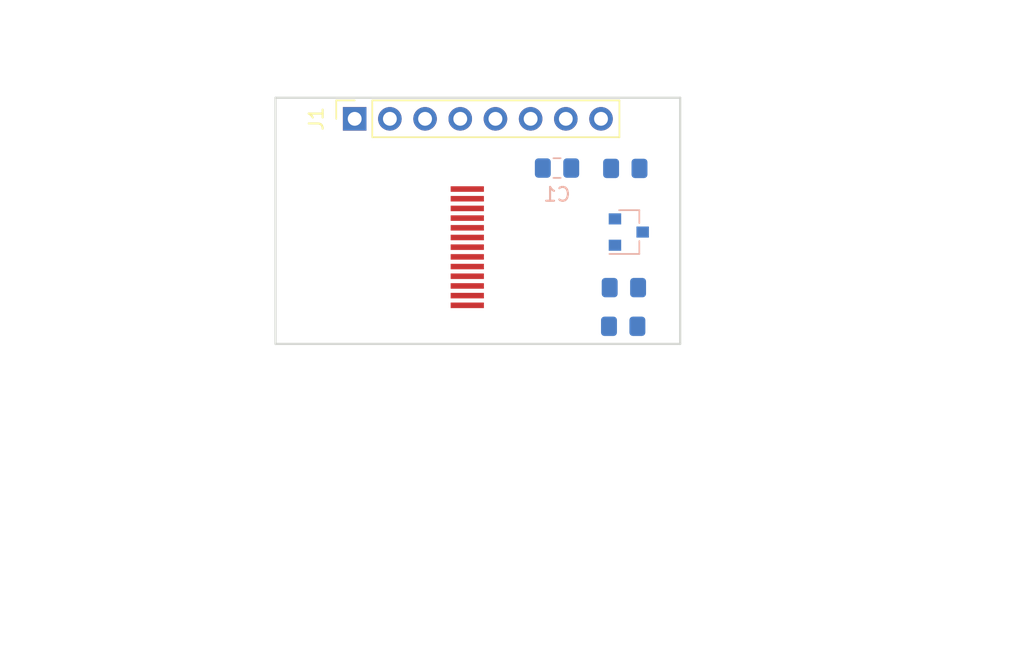
<source format=kicad_pcb>
(kicad_pcb (version 20171130) (host pcbnew 5.1.4-e60b266~84~ubuntu18.04.1)

  (general
    (thickness 1.6)
    (drawings 21)
    (tracks 0)
    (zones 0)
    (modules 7)
    (nets 16)
  )

  (page USLetter)
  (title_block
    (title "Project Title")
  )

  (layers
    (0 F.Cu signal)
    (31 B.Cu signal)
    (34 B.Paste user)
    (35 F.Paste user)
    (36 B.SilkS user)
    (37 F.SilkS user)
    (38 B.Mask user)
    (39 F.Mask user)
    (44 Edge.Cuts user)
    (46 B.CrtYd user)
    (47 F.CrtYd user)
    (48 B.Fab user)
    (49 F.Fab user)
  )

  (setup
    (last_trace_width 0.254)
    (user_trace_width 0.1524)
    (user_trace_width 0.254)
    (user_trace_width 0.3302)
    (user_trace_width 0.508)
    (user_trace_width 0.762)
    (user_trace_width 1.27)
    (trace_clearance 0.254)
    (zone_clearance 0.508)
    (zone_45_only no)
    (trace_min 0.1524)
    (via_size 0.6858)
    (via_drill 0.3302)
    (via_min_size 0.6858)
    (via_min_drill 0.3302)
    (user_via 0.6858 0.3302)
    (user_via 0.762 0.4064)
    (user_via 0.8636 0.508)
    (uvia_size 0.6858)
    (uvia_drill 0.3302)
    (uvias_allowed no)
    (uvia_min_size 0)
    (uvia_min_drill 0)
    (edge_width 0.1524)
    (segment_width 0.1524)
    (pcb_text_width 0.1524)
    (pcb_text_size 1.016 1.016)
    (mod_edge_width 0.1524)
    (mod_text_size 1.016 1.016)
    (mod_text_width 0.1524)
    (pad_size 1.524 1.524)
    (pad_drill 0.762)
    (pad_to_mask_clearance 0.0762)
    (solder_mask_min_width 0.1016)
    (pad_to_paste_clearance -0.0762)
    (aux_axis_origin 0 0)
    (visible_elements FFFFDF7D)
    (pcbplotparams
      (layerselection 0x310fc_80000001)
      (usegerberextensions true)
      (usegerberattributes false)
      (usegerberadvancedattributes false)
      (creategerberjobfile false)
      (excludeedgelayer true)
      (linewidth 0.100000)
      (plotframeref false)
      (viasonmask false)
      (mode 1)
      (useauxorigin false)
      (hpglpennumber 1)
      (hpglpenspeed 20)
      (hpglpendiameter 15.000000)
      (psnegative false)
      (psa4output false)
      (plotreference true)
      (plotvalue true)
      (plotinvisibletext false)
      (padsonsilk false)
      (subtractmaskfromsilk false)
      (outputformat 1)
      (mirror false)
      (drillshape 0)
      (scaleselection 1)
      (outputdirectory "gerbers"))
  )

  (net 0 "")
  (net 1 "Net-(C1-Pad1)")
  (net 2 GND)
  (net 3 VCC)
  (net 4 /SCL)
  (net 5 /SDA)
  (net 6 /RES)
  (net 7 /DC)
  (net 8 /CS)
  (net 9 /BLK)
  (net 10 "Net-(Q1-Pad2)")
  (net 11 "Net-(Q1-Pad3)")
  (net 12 /LEDK)
  (net 13 "Net-(U1-Pad1)")
  (net 14 "Net-(U1-Pad2)")
  (net 15 "Net-(U1-Pad9)")

  (net_class Default "This is the default net class."
    (clearance 0.254)
    (trace_width 0.254)
    (via_dia 0.6858)
    (via_drill 0.3302)
    (uvia_dia 0.6858)
    (uvia_drill 0.3302)
    (add_net /BLK)
    (add_net /CS)
    (add_net /DC)
    (add_net /LEDK)
    (add_net /RES)
    (add_net /SCL)
    (add_net /SDA)
    (add_net GND)
    (add_net "Net-(C1-Pad1)")
    (add_net "Net-(Q1-Pad2)")
    (add_net "Net-(Q1-Pad3)")
    (add_net "Net-(U1-Pad1)")
    (add_net "Net-(U1-Pad2)")
    (add_net "Net-(U1-Pad9)")
    (add_net VCC)
  )

  (module tft-shield:TFT_0.96_SPI (layer F.Cu) (tedit 5D044D2A) (tstamp 5D04A960)
    (at 138.303 92.71 270)
    (path /5CE71487)
    (fp_text reference U1 (at 0 3.937 270) (layer F.Fab)
      (effects (font (size 1 1) (thickness 0.15)))
    )
    (fp_text value TFT_0.9680*160 (at 0 -5.969 270) (layer F.Fab)
      (effects (font (size 1 1) (thickness 0.15)))
    )
    (fp_text user 13 (at 5.1435 2.0955 270) (layer F.Fab)
      (effects (font (size 0.8 0.8) (thickness 0.15)))
    )
    (fp_text user 1 (at -4.7625 2.0955 270) (layer F.Fab)
      (effects (font (size 0.8 0.8) (thickness 0.15)))
    )
    (fp_line (start -6.7945 -15.0495) (end -6.7945 13.6505) (layer F.Fab) (width 0.12))
    (fp_line (start -6.7945 -15.0495) (end 6.7755 -15.0495) (layer F.Fab) (width 0.12))
    (fp_line (start 6.7755 13.6525) (end -6.7945 13.6525) (layer F.Fab) (width 0.12))
    (fp_line (start 6.7755 13.6525) (end 6.7755 -15.0475) (layer F.Fab) (width 0.12))
    (fp_line (start 5.334 -1.651) (end -5.334 -1.651) (layer F.Fab) (width 0.12))
    (fp_line (start -6.35 -0.635) (end -6.35 4.064) (layer F.Fab) (width 0.12))
    (fp_line (start -4.5085 6.096) (end -4.5085 12.2555) (layer F.Fab) (width 0.12))
    (fp_line (start -3.4925 13.2715) (end 3.429 13.2715) (layer F.Fab) (width 0.12))
    (fp_line (start 4.445 12.2555) (end 4.445 6.1595) (layer F.Fab) (width 0.12))
    (fp_line (start 6.35 4.1275) (end 6.35 -0.635) (layer F.Fab) (width 0.12))
    (fp_arc (start -5.334 4.064) (end -6.35 4.064) (angle -90) (layer F.Fab) (width 0.12))
    (fp_arc (start -5.334 -0.635) (end -5.334 -1.651) (angle -90) (layer F.Fab) (width 0.12))
    (fp_arc (start 5.334 -0.635) (end 6.35 -0.635) (angle -90) (layer F.Fab) (width 0.12))
    (fp_arc (start 5.334 4.1275) (end 5.334 5.1435) (angle -90) (layer F.Fab) (width 0.12))
    (fp_arc (start 5.461 6.1595) (end 5.461 5.1435) (angle -90) (layer F.Fab) (width 0.12))
    (fp_arc (start 3.429 12.2555) (end 3.429 13.2715) (angle -90) (layer F.Fab) (width 0.12))
    (fp_arc (start -3.4925 12.2555) (end -4.5085 12.2555) (angle -90) (layer F.Fab) (width 0.12))
    (fp_arc (start -5.5245 6.096) (end -4.5085 6.096) (angle -90) (layer F.Fab) (width 0.12))
    (pad 1 smd rect (at -4.2 0 270) (size 0.4 2.4) (layers F.Cu F.Paste F.Mask)
      (net 13 "Net-(U1-Pad1)"))
    (pad 13 smd rect (at 4.2 0 270) (size 0.4 2.4) (layers F.Cu F.Paste F.Mask)
      (net 2 GND))
    (pad 2 smd rect (at -3.5 0 270) (size 0.4 2.4) (layers F.Cu F.Paste F.Mask)
      (net 14 "Net-(U1-Pad2)"))
    (pad 7 smd rect (at 0 0 270) (size 0.4 2.4) (layers F.Cu F.Paste F.Mask)
      (net 8 /CS))
    (pad 3 smd rect (at -2.8 0 270) (size 0.4 2.4) (layers F.Cu F.Paste F.Mask)
      (net 5 /SDA))
    (pad 4 smd rect (at -2.1 0 270) (size 0.4 2.4) (layers F.Cu F.Paste F.Mask)
      (net 4 /SCL))
    (pad 5 smd rect (at -1.4 0 270) (size 0.4 2.4) (layers F.Cu F.Paste F.Mask)
      (net 7 /DC))
    (pad 6 smd rect (at -0.7 0 270) (size 0.4 2.4) (layers F.Cu F.Paste F.Mask)
      (net 6 /RES))
    (pad 11 smd rect (at 2.8 0 270) (size 0.4 2.4) (layers F.Cu F.Paste F.Mask)
      (net 12 /LEDK))
    (pad 8 smd rect (at 0.7 0 270) (size 0.4 2.4) (layers F.Cu F.Paste F.Mask)
      (net 2 GND))
    (pad 9 smd rect (at 1.4 0 270) (size 0.4 2.4) (layers F.Cu F.Paste F.Mask)
      (net 15 "Net-(U1-Pad9)"))
    (pad 12 smd rect (at 3.5 0 270) (size 0.4 2.4) (layers F.Cu F.Paste F.Mask)
      (net 3 VCC))
    (pad 10 smd rect (at 2.1 0 270) (size 0.4 2.4) (layers F.Cu F.Paste F.Mask)
      (net 1 "Net-(C1-Pad1)"))
    (model "${KISYS3DMOD}/Display.3dshapes/0.96 - IPS LCD - No Glass - Reverse Mount.stp"
      (offset (xyz 0 1.38 -4.25))
      (scale (xyz 1 1 1))
      (rotate (xyz 180 0 -90))
    )
  )

  (module Connector_PinSocket_2.54mm:PinSocket_1x08_P2.54mm_Vertical (layer F.Cu) (tedit 5A19A420) (tstamp 5D04AABD)
    (at 130.175 83.439 90)
    (descr "Through hole straight socket strip, 1x08, 2.54mm pitch, single row (from Kicad 4.0.7), script generated")
    (tags "Through hole socket strip THT 1x08 2.54mm single row")
    (path /5CE71D48)
    (fp_text reference J1 (at 0 -2.77 90) (layer F.SilkS)
      (effects (font (size 1 1) (thickness 0.15)))
    )
    (fp_text value CONN_01X08 (at -2.5654 9.1948 180) (layer F.Fab)
      (effects (font (size 1 1) (thickness 0.15)))
    )
    (fp_line (start -1.27 -1.27) (end 0.635 -1.27) (layer F.Fab) (width 0.1))
    (fp_line (start 0.635 -1.27) (end 1.27 -0.635) (layer F.Fab) (width 0.1))
    (fp_line (start 1.27 -0.635) (end 1.27 19.05) (layer F.Fab) (width 0.1))
    (fp_line (start 1.27 19.05) (end -1.27 19.05) (layer F.Fab) (width 0.1))
    (fp_line (start -1.27 19.05) (end -1.27 -1.27) (layer F.Fab) (width 0.1))
    (fp_line (start -1.33 1.27) (end 1.33 1.27) (layer F.SilkS) (width 0.12))
    (fp_line (start -1.33 1.27) (end -1.33 19.11) (layer F.SilkS) (width 0.12))
    (fp_line (start -1.33 19.11) (end 1.33 19.11) (layer F.SilkS) (width 0.12))
    (fp_line (start 1.33 1.27) (end 1.33 19.11) (layer F.SilkS) (width 0.12))
    (fp_line (start 1.33 -1.33) (end 1.33 0) (layer F.SilkS) (width 0.12))
    (fp_line (start 0 -1.33) (end 1.33 -1.33) (layer F.SilkS) (width 0.12))
    (fp_line (start -1.8 -1.8) (end 1.75 -1.8) (layer F.CrtYd) (width 0.05))
    (fp_line (start 1.75 -1.8) (end 1.75 19.55) (layer F.CrtYd) (width 0.05))
    (fp_line (start 1.75 19.55) (end -1.8 19.55) (layer F.CrtYd) (width 0.05))
    (fp_line (start -1.8 19.55) (end -1.8 -1.8) (layer F.CrtYd) (width 0.05))
    (fp_text user %R (at 0 8.89) (layer F.Fab)
      (effects (font (size 1 1) (thickness 0.15)))
    )
    (pad 1 thru_hole rect (at 0 0 90) (size 1.7 1.7) (drill 1) (layers *.Cu *.Mask)
      (net 2 GND))
    (pad 2 thru_hole oval (at 0 2.54 90) (size 1.7 1.7) (drill 1) (layers *.Cu *.Mask)
      (net 3 VCC))
    (pad 3 thru_hole oval (at 0 5.08 90) (size 1.7 1.7) (drill 1) (layers *.Cu *.Mask)
      (net 9 /BLK))
    (pad 4 thru_hole oval (at 0 7.62 90) (size 1.7 1.7) (drill 1) (layers *.Cu *.Mask)
      (net 8 /CS))
    (pad 5 thru_hole oval (at 0 10.16 90) (size 1.7 1.7) (drill 1) (layers *.Cu *.Mask)
      (net 6 /RES))
    (pad 6 thru_hole oval (at 0 12.7 90) (size 1.7 1.7) (drill 1) (layers *.Cu *.Mask)
      (net 7 /DC))
    (pad 7 thru_hole oval (at 0 15.24 90) (size 1.7 1.7) (drill 1) (layers *.Cu *.Mask)
      (net 4 /SCL))
    (pad 8 thru_hole oval (at 0 17.78 90) (size 1.7 1.7) (drill 1) (layers *.Cu *.Mask)
      (net 5 /SDA))
  )

  (module Package_TO_SOT_SMD:SOT-23 (layer B.Cu) (tedit 5A02FF57) (tstamp 5CE87579)
    (at 149.9616 91.6178)
    (descr "SOT-23, Standard")
    (tags SOT-23)
    (path /5CE7D6CD)
    (attr smd)
    (fp_text reference Q1 (at 0 2.5 180) (layer B.Fab)
      (effects (font (size 1 1) (thickness 0.15)) (justify mirror))
    )
    (fp_text value S8050 (at 0 -2.5 180) (layer B.Fab)
      (effects (font (size 1 1) (thickness 0.15)) (justify mirror))
    )
    (fp_text user %R (at 0 0 -270) (layer B.Fab)
      (effects (font (size 0.5 0.5) (thickness 0.075)) (justify mirror))
    )
    (fp_line (start -0.7 0.95) (end -0.7 -1.5) (layer B.Fab) (width 0.1))
    (fp_line (start -0.15 1.52) (end 0.7 1.52) (layer B.Fab) (width 0.1))
    (fp_line (start -0.7 0.95) (end -0.15 1.52) (layer B.Fab) (width 0.1))
    (fp_line (start 0.7 1.52) (end 0.7 -1.52) (layer B.Fab) (width 0.1))
    (fp_line (start -0.7 -1.52) (end 0.7 -1.52) (layer B.Fab) (width 0.1))
    (fp_line (start 0.76 -1.58) (end 0.76 -0.65) (layer B.SilkS) (width 0.12))
    (fp_line (start 0.76 1.58) (end 0.76 0.65) (layer B.SilkS) (width 0.12))
    (fp_line (start -1.7 1.75) (end 1.7 1.75) (layer B.CrtYd) (width 0.05))
    (fp_line (start 1.7 1.75) (end 1.7 -1.75) (layer B.CrtYd) (width 0.05))
    (fp_line (start 1.7 -1.75) (end -1.7 -1.75) (layer B.CrtYd) (width 0.05))
    (fp_line (start -1.7 -1.75) (end -1.7 1.75) (layer B.CrtYd) (width 0.05))
    (fp_line (start 0.76 1.58) (end -1.4 1.58) (layer B.SilkS) (width 0.12))
    (fp_line (start 0.76 -1.58) (end -0.7 -1.58) (layer B.SilkS) (width 0.12))
    (pad 1 smd rect (at -1 0.95) (size 0.9 0.8) (layers B.Cu B.Paste B.Mask)
      (net 2 GND))
    (pad 2 smd rect (at -1 -0.95) (size 0.9 0.8) (layers B.Cu B.Paste B.Mask)
      (net 10 "Net-(Q1-Pad2)"))
    (pad 3 smd rect (at 1 0) (size 0.9 0.8) (layers B.Cu B.Paste B.Mask)
      (net 11 "Net-(Q1-Pad3)"))
    (model ${KISYS3DMOD}/Package_TO_SOT_SMD.3dshapes/SOT-23.wrl
      (at (xyz 0 0 0))
      (scale (xyz 1 1 1))
      (rotate (xyz 0 0 0))
    )
  )

  (module Capacitor_SMD:C_0805_2012Metric_Pad1.15x1.40mm_HandSolder (layer B.Cu) (tedit 5B36C52B) (tstamp 5D049D63)
    (at 144.78 86.995 180)
    (descr "Capacitor SMD 0805 (2012 Metric), square (rectangular) end terminal, IPC_7351 nominal with elongated pad for handsoldering. (Body size source: https://docs.google.com/spreadsheets/d/1BsfQQcO9C6DZCsRaXUlFlo91Tg2WpOkGARC1WS5S8t0/edit?usp=sharing), generated with kicad-footprint-generator")
    (tags "capacitor handsolder")
    (path /5CE8903B)
    (attr smd)
    (fp_text reference C1 (at 0 -1.905) (layer B.SilkS)
      (effects (font (size 1 1) (thickness 0.15)) (justify mirror))
    )
    (fp_text value 1uF (at 0 -1.65) (layer B.Fab)
      (effects (font (size 1 1) (thickness 0.15)) (justify mirror))
    )
    (fp_line (start -1 -0.6) (end -1 0.6) (layer B.Fab) (width 0.1))
    (fp_line (start -1 0.6) (end 1 0.6) (layer B.Fab) (width 0.1))
    (fp_line (start 1 0.6) (end 1 -0.6) (layer B.Fab) (width 0.1))
    (fp_line (start 1 -0.6) (end -1 -0.6) (layer B.Fab) (width 0.1))
    (fp_line (start -0.261252 0.71) (end 0.261252 0.71) (layer B.SilkS) (width 0.12))
    (fp_line (start -0.261252 -0.71) (end 0.261252 -0.71) (layer B.SilkS) (width 0.12))
    (fp_line (start -1.85 -0.95) (end -1.85 0.95) (layer B.CrtYd) (width 0.05))
    (fp_line (start -1.85 0.95) (end 1.85 0.95) (layer B.CrtYd) (width 0.05))
    (fp_line (start 1.85 0.95) (end 1.85 -0.95) (layer B.CrtYd) (width 0.05))
    (fp_line (start 1.85 -0.95) (end -1.85 -0.95) (layer B.CrtYd) (width 0.05))
    (fp_text user %R (at 0 0) (layer B.Fab)
      (effects (font (size 0.5 0.5) (thickness 0.08)) (justify mirror))
    )
    (pad 1 smd roundrect (at -1.025 0 180) (size 1.15 1.4) (layers B.Cu B.Paste B.Mask) (roundrect_rratio 0.217391)
      (net 1 "Net-(C1-Pad1)"))
    (pad 2 smd roundrect (at 1.025 0 180) (size 1.15 1.4) (layers B.Cu B.Paste B.Mask) (roundrect_rratio 0.217391)
      (net 2 GND))
    (model ${KISYS3DMOD}/Capacitor_SMD.3dshapes/C_0805_2012Metric.wrl
      (at (xyz 0 0 0))
      (scale (xyz 1 1 1))
      (rotate (xyz 0 0 0))
    )
  )

  (module Resistor_SMD:R_0805_2012Metric_Pad1.15x1.40mm_HandSolder (layer B.Cu) (tedit 5CCD16C3) (tstamp 5D049D73)
    (at 149.606 95.631)
    (descr "Resistor SMD 0805 (2012 Metric), square (rectangular) end terminal, IPC_7351 nominal with elongated pad for handsoldering. (Body size source: https://docs.google.com/spreadsheets/d/1BsfQQcO9C6DZCsRaXUlFlo91Tg2WpOkGARC1WS5S8t0/edit?usp=sharing), generated with kicad-footprint-generator")
    (tags "resistor handsolder")
    (path /5CE7DDEC)
    (attr smd)
    (fp_text reference R1 (at 0 2.54) (layer B.Fab)
      (effects (font (size 1 1) (thickness 0.15)) (justify mirror))
    )
    (fp_text value 1k (at 0 -1.65) (layer B.Fab)
      (effects (font (size 1 1) (thickness 0.15)) (justify mirror))
    )
    (fp_line (start -1 -0.6) (end -1 0.6) (layer B.Fab) (width 0.1))
    (fp_line (start 1 0.6) (end 1 -0.6) (layer B.Fab) (width 0.1))
    (fp_text user %R (at 0 1.27) (layer B.Fab)
      (effects (font (size 0.5 0.5) (thickness 0.08)) (justify mirror))
    )
    (pad 1 smd roundrect (at -1.025 0) (size 1.15 1.4) (layers B.Cu B.Paste B.Mask) (roundrect_rratio 0.217391)
      (net 10 "Net-(Q1-Pad2)"))
    (pad 2 smd roundrect (at 1.025 0) (size 1.15 1.4) (layers B.Cu B.Paste B.Mask) (roundrect_rratio 0.217391)
      (net 9 /BLK))
    (model ${KISYS3DMOD}/Resistor_SMD.3dshapes/R_0805_2012Metric.wrl
      (at (xyz 0 0 0))
      (scale (xyz 1 1 1))
      (rotate (xyz 0 0 0))
    )
  )

  (module Resistor_SMD:R_0805_2012Metric_Pad1.15x1.40mm_HandSolder (layer B.Cu) (tedit 5CCD16C3) (tstamp 5D049D7B)
    (at 149.5552 98.425)
    (descr "Resistor SMD 0805 (2012 Metric), square (rectangular) end terminal, IPC_7351 nominal with elongated pad for handsoldering. (Body size source: https://docs.google.com/spreadsheets/d/1BsfQQcO9C6DZCsRaXUlFlo91Tg2WpOkGARC1WS5S8t0/edit?usp=sharing), generated with kicad-footprint-generator")
    (tags "resistor handsolder")
    (path /5CE7FBA5)
    (attr smd)
    (fp_text reference R2 (at 0 2.54) (layer B.Fab)
      (effects (font (size 1 1) (thickness 0.15)) (justify mirror))
    )
    (fp_text value 10k (at 0 -1.65) (layer B.Fab)
      (effects (font (size 1 1) (thickness 0.15)) (justify mirror))
    )
    (fp_line (start -1 -0.6) (end -1 0.6) (layer B.Fab) (width 0.1))
    (fp_line (start 1 0.6) (end 1 -0.6) (layer B.Fab) (width 0.1))
    (fp_text user %R (at 0 1.27) (layer B.Fab)
      (effects (font (size 0.5 0.5) (thickness 0.08)) (justify mirror))
    )
    (pad 1 smd roundrect (at -1.025 0) (size 1.15 1.4) (layers B.Cu B.Paste B.Mask) (roundrect_rratio 0.217391)
      (net 10 "Net-(Q1-Pad2)"))
    (pad 2 smd roundrect (at 1.025 0) (size 1.15 1.4) (layers B.Cu B.Paste B.Mask) (roundrect_rratio 0.217391)
      (net 3 VCC))
    (model ${KISYS3DMOD}/Resistor_SMD.3dshapes/R_0805_2012Metric.wrl
      (at (xyz 0 0 0))
      (scale (xyz 1 1 1))
      (rotate (xyz 0 0 0))
    )
  )

  (module Resistor_SMD:R_0805_2012Metric_Pad1.15x1.40mm_HandSolder (layer B.Cu) (tedit 5CCD16C3) (tstamp 5D049D83)
    (at 149.7076 87.0204)
    (descr "Resistor SMD 0805 (2012 Metric), square (rectangular) end terminal, IPC_7351 nominal with elongated pad for handsoldering. (Body size source: https://docs.google.com/spreadsheets/d/1BsfQQcO9C6DZCsRaXUlFlo91Tg2WpOkGARC1WS5S8t0/edit?usp=sharing), generated with kicad-footprint-generator")
    (tags "resistor handsolder")
    (path /5CE7E014)
    (attr smd)
    (fp_text reference R3 (at 0 2.54) (layer B.Fab)
      (effects (font (size 1 1) (thickness 0.15)) (justify mirror))
    )
    (fp_text value 10ohm (at 0 1.8796) (layer B.Fab)
      (effects (font (size 1 1) (thickness 0.15)) (justify mirror))
    )
    (fp_text user %R (at 0 1.27) (layer B.Fab)
      (effects (font (size 0.5 0.5) (thickness 0.08)) (justify mirror))
    )
    (fp_line (start 1 0.6) (end 1 -0.6) (layer B.Fab) (width 0.1))
    (fp_line (start -1 -0.6) (end -1 0.6) (layer B.Fab) (width 0.1))
    (pad 2 smd roundrect (at 1.025 0) (size 1.15 1.4) (layers B.Cu B.Paste B.Mask) (roundrect_rratio 0.217391)
      (net 11 "Net-(Q1-Pad3)"))
    (pad 1 smd roundrect (at -1.025 0) (size 1.15 1.4) (layers B.Cu B.Paste B.Mask) (roundrect_rratio 0.217391)
      (net 12 /LEDK))
    (model ${KISYS3DMOD}/Resistor_SMD.3dshapes/R_0805_2012Metric.wrl
      (at (xyz 0 0 0))
      (scale (xyz 1 1 1))
      (rotate (xyz 0 0 0))
    )
  )

  (gr_line (start 153.67 81.915) (end 153.67 99.695) (layer Edge.Cuts) (width 0.1524) (tstamp 5CE87884))
  (gr_line (start 124.46 81.915) (end 153.67 81.915) (layer Edge.Cuts) (width 0.1524))
  (gr_line (start 124.46 99.695) (end 124.46 81.915) (layer Edge.Cuts) (width 0.1524))
  (gr_line (start 153.67 99.695) (end 124.46 99.695) (layer Edge.Cuts) (width 0.1524))
  (gr_circle (center 117.348 76.962) (end 118.618 76.962) (layer Dwgs.User) (width 0.15))
  (gr_line (start 114.427 78.994) (end 114.427 74.93) (angle 90) (layer Dwgs.User) (width 0.15))
  (gr_line (start 120.269 78.994) (end 114.427 78.994) (angle 90) (layer Dwgs.User) (width 0.15))
  (gr_line (start 120.269 74.93) (end 120.269 78.994) (angle 90) (layer Dwgs.User) (width 0.15))
  (gr_line (start 114.427 74.93) (end 120.269 74.93) (angle 90) (layer Dwgs.User) (width 0.15))
  (gr_line (start 120.523 93.98) (end 104.648 93.98) (angle 90) (layer Dwgs.User) (width 0.15))
  (gr_line (start 173.355 102.235) (end 173.355 94.615) (angle 90) (layer Dwgs.User) (width 0.15))
  (gr_line (start 178.435 102.235) (end 173.355 102.235) (angle 90) (layer Dwgs.User) (width 0.15))
  (gr_line (start 178.435 94.615) (end 178.435 102.235) (angle 90) (layer Dwgs.User) (width 0.15))
  (gr_line (start 173.355 94.615) (end 178.435 94.615) (angle 90) (layer Dwgs.User) (width 0.15))
  (gr_line (start 109.093 123.19) (end 109.093 114.3) (angle 90) (layer Dwgs.User) (width 0.15))
  (gr_line (start 122.428 123.19) (end 109.093 123.19) (angle 90) (layer Dwgs.User) (width 0.15))
  (gr_line (start 122.428 114.3) (end 122.428 123.19) (angle 90) (layer Dwgs.User) (width 0.15))
  (gr_line (start 109.093 114.3) (end 122.428 114.3) (angle 90) (layer Dwgs.User) (width 0.15))
  (gr_line (start 104.648 93.98) (end 104.648 82.55) (angle 90) (layer Dwgs.User) (width 0.15))
  (gr_line (start 120.523 82.55) (end 120.523 93.98) (angle 90) (layer Dwgs.User) (width 0.15))
  (gr_line (start 104.648 82.55) (end 120.523 82.55) (angle 90) (layer Dwgs.User) (width 0.15))

)

</source>
